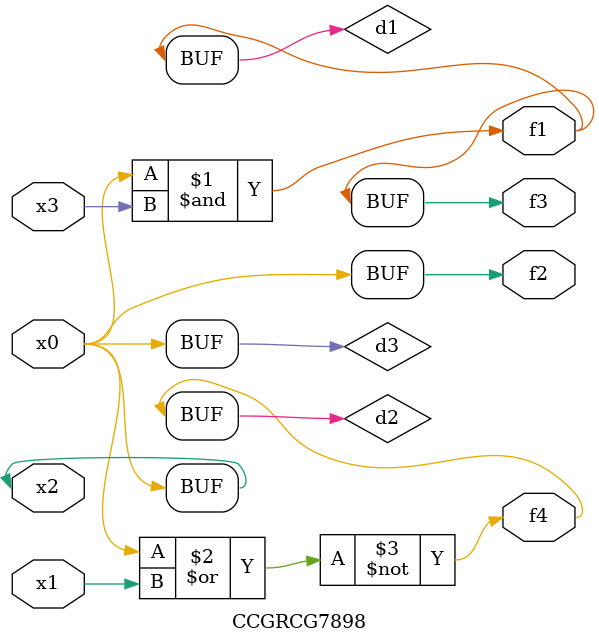
<source format=v>
module CCGRCG7898(
	input x0, x1, x2, x3,
	output f1, f2, f3, f4
);

	wire d1, d2, d3;

	and (d1, x2, x3);
	nor (d2, x0, x1);
	buf (d3, x0, x2);
	assign f1 = d1;
	assign f2 = d3;
	assign f3 = d1;
	assign f4 = d2;
endmodule

</source>
